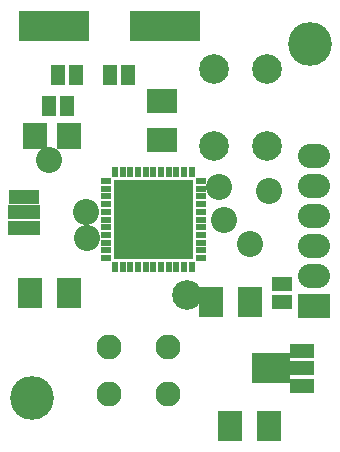
<source format=gts>
G04 (created by PCBNEW-RS274X (2012-01-19 BZR 3256)-stable) date Fri 09 Mar 2012 12:00:35 PM CET*
G01*
G70*
G90*
%MOIN*%
G04 Gerber Fmt 3.4, Leading zero omitted, Abs format*
%FSLAX34Y34*%
G04 APERTURE LIST*
%ADD10C,0.006000*%
%ADD11R,0.083000X0.047600*%
%ADD12R,0.102700X0.047600*%
%ADD13R,0.128300X0.098700*%
%ADD14R,0.080000X0.100000*%
%ADD15R,0.100000X0.080000*%
%ADD16R,0.045000X0.065000*%
%ADD17R,0.065000X0.045000*%
%ADD18R,0.019400X0.037100*%
%ADD19R,0.037100X0.019400*%
%ADD20R,0.133600X0.133600*%
%ADD21R,0.236500X0.098700*%
%ADD22R,0.106600X0.080000*%
%ADD23O,0.106600X0.080000*%
%ADD24C,0.098700*%
%ADD25C,0.083000*%
%ADD26R,0.102400X0.047300*%
%ADD27R,0.106600X0.051500*%
%ADD28C,0.146000*%
%ADD29R,0.082900X0.090900*%
%ADD30C,0.087000*%
%ADD31C,0.098800*%
G04 APERTURE END LIST*
G54D10*
G54D11*
X34291Y-32166D03*
G54D12*
X34193Y-31575D03*
G54D11*
X34291Y-30984D03*
G54D13*
X33248Y-31575D03*
G54D14*
X26516Y-29055D03*
X25216Y-29055D03*
X31870Y-33504D03*
X33170Y-33504D03*
G54D15*
X29626Y-23977D03*
X29626Y-22677D03*
G54D14*
X32540Y-29370D03*
X31240Y-29370D03*
G54D16*
X26157Y-21811D03*
X26757Y-21811D03*
X28489Y-21811D03*
X27889Y-21811D03*
G54D17*
X33622Y-29355D03*
X33622Y-28755D03*
G54D16*
X25842Y-22835D03*
X26442Y-22835D03*
G54D18*
X28051Y-28189D03*
X28307Y-28189D03*
X28819Y-28189D03*
X29075Y-28189D03*
X29331Y-28189D03*
X29587Y-28189D03*
G54D19*
X30906Y-27382D03*
X30906Y-27126D03*
X30906Y-26870D03*
X30906Y-26614D03*
X30906Y-26358D03*
X30906Y-26102D03*
X30906Y-25846D03*
G54D18*
X28563Y-28189D03*
G54D20*
X29971Y-27254D03*
X28691Y-27254D03*
X28691Y-25974D03*
X29971Y-25974D03*
G54D18*
X30099Y-25039D03*
X29843Y-25039D03*
X29587Y-25039D03*
X29331Y-25039D03*
X29075Y-25039D03*
X28819Y-25039D03*
X28563Y-25039D03*
G54D19*
X27756Y-25846D03*
X27756Y-26102D03*
X27756Y-26358D03*
X27756Y-26614D03*
X27756Y-26870D03*
X27756Y-27126D03*
X27756Y-27382D03*
G54D18*
X29843Y-28189D03*
X30099Y-28189D03*
X30355Y-28189D03*
X30611Y-28189D03*
G54D19*
X30906Y-27894D03*
X30906Y-27638D03*
X30906Y-25590D03*
X30906Y-25334D03*
G54D18*
X30611Y-25039D03*
X30355Y-25039D03*
X28307Y-25039D03*
X28051Y-25039D03*
G54D19*
X27756Y-25334D03*
X27756Y-25590D03*
X27756Y-27638D03*
X27756Y-27894D03*
G54D21*
X29724Y-20157D03*
X26024Y-20157D03*
G54D22*
X34685Y-29508D03*
G54D23*
X34685Y-28508D03*
X34685Y-27508D03*
X34685Y-26508D03*
X34685Y-25508D03*
X34685Y-24508D03*
G54D24*
X33130Y-24154D03*
X31358Y-21594D03*
X31358Y-24154D03*
X33130Y-21594D03*
G54D25*
X29823Y-30867D03*
X29823Y-32441D03*
X27855Y-30867D03*
X27855Y-32441D03*
G54D26*
X25019Y-25867D03*
G54D27*
X25019Y-26379D03*
X25019Y-26891D03*
G54D28*
X34547Y-20768D03*
X25295Y-32579D03*
G54D29*
X26504Y-23819D03*
X25386Y-23819D03*
G54D30*
X25862Y-24629D03*
X27084Y-26358D03*
G54D31*
X30442Y-29117D03*
G54D30*
X32533Y-27432D03*
X31681Y-26614D03*
X33183Y-25659D03*
X27105Y-27245D03*
X31507Y-25537D03*
M02*

</source>
